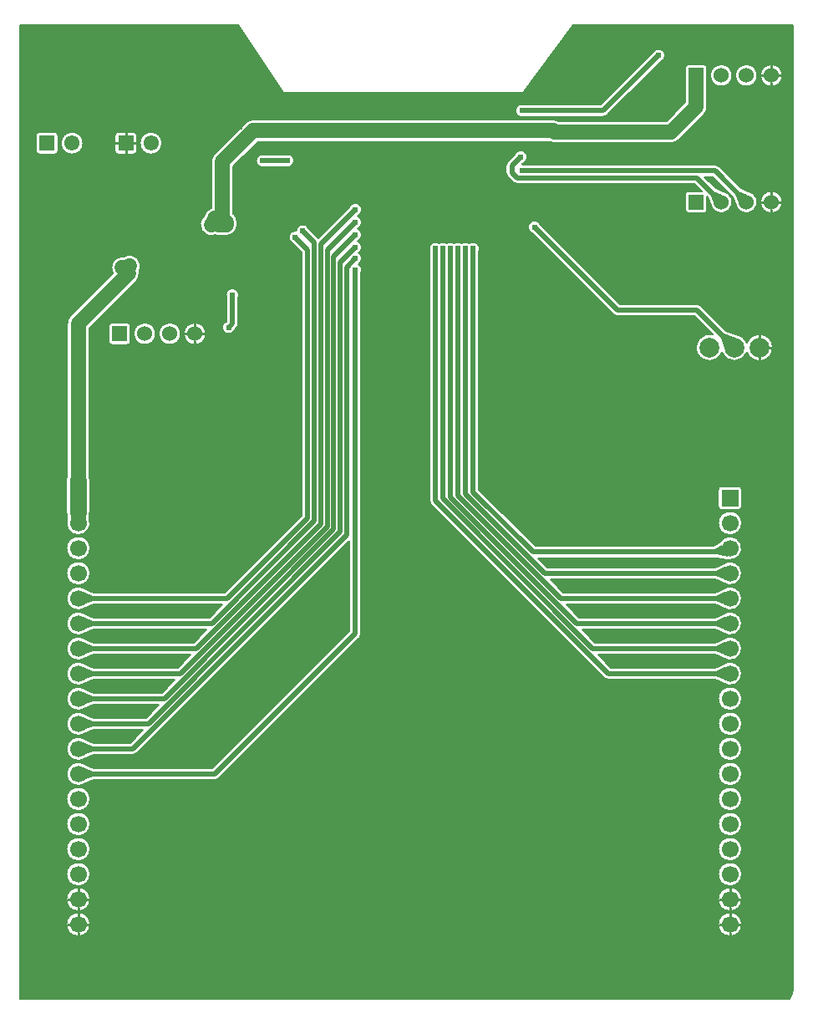
<source format=gbl>
G04 Layer: BottomLayer*
G04 EasyEDA Pro v2.2.28.1, 2024-09-11 15:41:32*
G04 Gerber Generator version 0.3*
G04 Scale: 100 percent, Rotated: No, Reflected: No*
G04 Dimensions in millimeters*
G04 Leading zeros omitted, absolute positions, 3 integers and 5 decimals*
%FSLAX35Y35*%
%MOMM*%
%ADD10C,0.2032*%
%ADD11C,0.254*%
%ADD12C,1.524*%
%ADD13R,1.524X1.524*%
%ADD14C,2.0*%
%ADD15R,1.55X1.55*%
%ADD16C,1.5574*%
%ADD17C,1.55*%
%ADD18R,1.7X1.7*%
%ADD19C,1.7*%
%ADD20C,0.61*%
%ADD21C,0.4*%
%ADD22C,0.508*%
G75*


G04 Copper Start*
G36*
G01X1202149Y-717424D02*
G01X1710448Y-35560D01*
G01X3939435Y-35560D01*
G01X3939435Y-1046750D01*
G03X3939540Y-1053792I235814J0D01*
G01X3939540Y-2439706D01*
G03X3939435Y-2446747I235708J-7042D01*
G01X3939435Y-6697253D01*
G03X3939540Y-6704294I235814J0D01*
G01X3939540Y-8090208D01*
G03X3939435Y-8097250I235708J-7042D01*
G01X3939435Y-9797246D01*
G02X3906536Y-9895840I-164186J0D01*
G01X-3888740Y-9895840D01*
G01X-3888740Y-35560D01*
G01X-1686273Y-35560D01*
G01X-1227841Y-717013D01*
G03X-1219200Y-721614I8641J5813D01*
G01X1193800Y-721614D01*
G03X1202149Y-717424I0J10414D01*
G37*
%LPC*%
G36*
G01X-3542000Y-1345214D02*
G03X-3506186Y-1309400I0J35814D01*
G01X-3506186Y-1154400D01*
G03X-3542000Y-1118586I-35814J0D01*
G01X-3697000Y-1118586D01*
G03X-3732814Y-1154400I0J-35814D01*
G01X-3732814Y-1309400D01*
G03X-3697000Y-1345214I35814J0D01*
G01X-3542000Y-1345214D01*
G37*
G36*
G01X-3478814Y-1231900D02*
G03X-3252186Y-1231900I113314J0D01*
G03X-3478814Y-1231900I-113314J0D01*
G37*
G36*
G01X-3302000Y-8515186D02*
G03X-3302000Y-8756814I0J-120814D01*
G03X-3302000Y-8515186I0J120814D01*
G37*
G36*
G01X-3302000Y-8261186D02*
G03X-3302000Y-8502814I0J-120814D01*
G03X-3302000Y-8261186I0J120814D01*
G37*
G36*
G01X-3302000Y-8007186D02*
G03X-3302000Y-8248814I0J-120814D01*
G03X-3302000Y-8007186I0J120814D01*
G37*
G36*
G01X-3302000Y-9023186D02*
G03X-3302000Y-9264814I0J-120814D01*
G03X-3302000Y-9023186I0J120814D01*
G37*
G36*
G01X-3302000Y-8769186D02*
G03X-3302000Y-9010814I0J-120814D01*
G03X-3302000Y-8769186I0J120814D01*
G37*
G36*
G01X-3302000Y-7753186D02*
G03X-3302000Y-7994814I0J-120814D01*
G03X-3302000Y-7753186I0J120814D01*
G37*
G36*
G01X-3422814Y-4911000D02*
G01X-3422765Y-4912862D01*
G01X-3416126Y-5040362D01*
G03X-3302000Y-5200814I114126J-39638D01*
G03X-3187874Y-5040362I0J120814D01*
G01X-3181235Y-4912862D01*
G01X-3181186Y-4911000D01*
G01X-3181186Y-4741000D01*
G01X-3181213Y-4739623D01*
G01X-3189986Y-4511711D01*
G01X-3189986Y-3107098D01*
G01X-2714794Y-2631906D01*
G03X-2683937Y-2531886I-79206J79206D01*
G03X-2837868Y-2379819I-97363J55386D01*
G01X-2854867Y-2379819D01*
G03X-2950259Y-2550548I0J-112014D01*
G01X-3381206Y-2981494D01*
G03X-3414014Y-3060700I79206J-79206D01*
G01X-3414014Y-4511711D01*
G01X-3422787Y-4739623D01*
G01X-3422814Y-4741000D01*
G01X-3422814Y-4911000D01*
G37*
G36*
G01X-556514Y-6172244D02*
G01X-1943056Y-7558786D01*
G01X-3150057Y-7558786D01*
G01X-3226790Y-7525451D01*
G03X-3422814Y-7620000I-75210J-94549D01*
G03X-3226790Y-7714549I120814J0D01*
G01X-3150057Y-7681214D01*
G01X-1917700Y-7681214D01*
G03X-1874415Y-7663285I0J61214D01*
G01X-452015Y-6240885D01*
G03X-434086Y-6197600I-43285J43285D01*
G01X-434086Y-2540103D01*
G03X-461663Y-2457450I-61214J25503D01*
G03X-461663Y-2343150I-33637J57150D01*
G03X-429292Y-2279634I-33637J57150D01*
G03X-473205Y-2223475I-66008J-6366D01*
G01X-470048Y-2220318D01*
G03X-473205Y-2096475I-25252J61318D01*
G01X-470048Y-2093318D01*
G03X-473205Y-1969475I-25252J61318D01*
G01X-470048Y-1966318D01*
G03X-448409Y-1858109I-25252J61318D01*
G03X-556618Y-1879748I-46891J-46891D01*
G01X-869950Y-2193080D01*
G01X-967382Y-2095648D01*
G03X-1040554Y-2055654I-61318J-25252D01*
G03X-1094982Y-2118832I11854J-65246D01*
G03X-1168805Y-2166687I-9918J-65568D01*
G03X-1130152Y-2245718I63905J-17713D01*
G01X-1039114Y-2336756D01*
G01X-1039114Y-5003844D01*
G01X-1816056Y-5780786D01*
G01X-3150057Y-5780786D01*
G01X-3226790Y-5747451D01*
G03X-3422814Y-5842000I-75210J-94549D01*
G03X-3226790Y-5936549I120814J0D01*
G01X-3150057Y-5903214D01*
G01X-1842162Y-5903214D01*
G01X-1973734Y-6034786D01*
G01X-3150057Y-6034786D01*
G01X-3226790Y-6001451D01*
G03X-3422814Y-6096000I-75210J-94549D01*
G03X-3226790Y-6190549I120814J0D01*
G01X-3150057Y-6157214D01*
G01X-2002768Y-6157214D01*
G01X-2134340Y-6288786D01*
G01X-3150057Y-6288786D01*
G01X-3226790Y-6255451D01*
G03X-3422814Y-6350000I-75210J-94549D01*
G03X-3226790Y-6444549I120814J0D01*
G01X-3150057Y-6411214D01*
G01X-2163373Y-6411214D01*
G01X-2294945Y-6542786D01*
G01X-3150057Y-6542786D01*
G01X-3226790Y-6509451D01*
G03X-3422814Y-6604000I-75210J-94549D01*
G03X-3226790Y-6698549I120814J0D01*
G01X-3150057Y-6665214D01*
G01X-2323978Y-6665214D01*
G01X-2455550Y-6796786D01*
G01X-3150057Y-6796786D01*
G01X-3226790Y-6763451D01*
G03X-3422814Y-6858000I-75210J-94549D01*
G03X-3226790Y-6952549I120814J0D01*
G01X-3150057Y-6919214D01*
G01X-2484584Y-6919214D01*
G01X-2616156Y-7050786D01*
G01X-3150057Y-7050786D01*
G01X-3226790Y-7017451D01*
G03X-3422814Y-7112000I-75210J-94549D01*
G03X-3226790Y-7206549I120814J0D01*
G01X-3150057Y-7173214D01*
G01X-2645189Y-7173214D01*
G01X-2776761Y-7304786D01*
G01X-3150057Y-7304786D01*
G01X-3226790Y-7271451D01*
G03X-3422814Y-7366000I-75210J-94549D01*
G03X-3226790Y-7460549I120814J0D01*
G01X-3150057Y-7427214D01*
G01X-2751405Y-7427214D01*
G03X-2708120Y-7409285I0J61214D01*
G01X-556514Y-5257678D01*
G01X-556514Y-6172244D01*
G37*
G36*
G01X-3302000Y-5467186D02*
G03X-3302000Y-5708814I0J-120814D01*
G03X-3302000Y-5467186I0J120814D01*
G37*
G36*
G01X-3302000Y-5213186D02*
G03X-3302000Y-5454814I0J-120814D01*
G03X-3302000Y-5213186I0J120814D01*
G37*
G36*
G01X-2806700Y-3274314D02*
G03X-2770886Y-3238500I0J35814D01*
G01X-2770886Y-3086100D01*
G03X-2806700Y-3050286I-35814J0D01*
G01X-2959100Y-3050286D01*
G03X-2994914Y-3086100I0J-35814D01*
G01X-2994914Y-3238500D01*
G03X-2959100Y-3274314I35814J0D01*
G01X-2806700Y-3274314D01*
G37*
G36*
G01X-2741900Y-1345214D02*
G03X-2706086Y-1309400I0J35814D01*
G01X-2706086Y-1154400D01*
G03X-2741900Y-1118586I-35814J0D01*
G01X-2896900Y-1118586D01*
G03X-2932714Y-1154400I0J-35814D01*
G01X-2932714Y-1309400D01*
G03X-2896900Y-1345214I35814J0D01*
G01X-2741900Y-1345214D01*
G37*
G36*
G01X-2740914Y-3162300D02*
G03X-2516886Y-3162300I112014J0D01*
G03X-2740914Y-3162300I-112014J0D01*
G37*
G36*
G01X-2678714Y-1231900D02*
G03X-2452086Y-1231900I113314J0D01*
G03X-2678714Y-1231900I-113314J0D01*
G37*
G36*
G01X-2486914Y-3162300D02*
G03X-2262886Y-3162300I112014J0D01*
G03X-2486914Y-3162300I-112014J0D01*
G37*
G36*
G01X-2232914Y-3162300D02*
G03X-2008886Y-3162300I112014J0D01*
G03X-2232914Y-3162300I-112014J0D01*
G37*
G36*
G01X-1529351Y-992886D02*
G03X-1608557Y-1025694I0J-112014D01*
G01X-1920706Y-1337843D01*
G03X-1953514Y-1417049I79206J-79206D01*
G01X-1953514Y-1887766D01*
G03X-2027224Y-1970412I35814J-106134D01*
G01X-2035006Y-1978194D01*
G03X-1917700Y-2162735I79206J-79206D01*
G03X-1879600Y-2169414I38100J105335D01*
G01X-1803400Y-2169414D01*
G03X-1691386Y-2057400I0J112014D01*
G01X-1691386Y-2032000D01*
G03X-1724194Y-1952794I-112014J0D01*
G01X-1729486Y-1947502D01*
G01X-1729486Y-1463447D01*
G01X-1482953Y-1216914D01*
G01X1472194Y-1216914D01*
G03X1524000Y-1229614I51806J99314D01*
G01X2705100Y-1229614D01*
G03X2784306Y-1196806I0J112014D01*
G01X3038306Y-942806D01*
G03X3071114Y-863600I-79206J79206D01*
G01X3071114Y-469900D01*
G03X3035300Y-434086I-35814J0D01*
G01X2882900Y-434086D01*
G03X2847086Y-469900I0J-35814D01*
G01X2847086Y-817202D01*
G01X2658702Y-1005586D01*
G01X1563106Y-1005586D01*
G03X1511300Y-992886I-51806J-99314D01*
G01X-1529351Y-992886D01*
G37*
G36*
G01X-1801114Y-3035344D02*
G01X-1803252Y-3037482D01*
G03X-1824891Y-3145691I25252J-61318D01*
G03X-1716682Y-3124052I46891J46891D01*
G01X-1696615Y-3103985D01*
G03X-1678686Y-3060700I-43285J43285D01*
G01X-1678686Y-2794103D01*
G03X-1739900Y-2702286I-61214J25503D01*
G03X-1801114Y-2794103I0J-66314D01*
G01X-1801114Y-3035344D01*
G37*
G36*
G01X-1501414Y-1409700D02*
G03X-1409597Y-1470914I66314J0D01*
G01X-1206603Y-1470914D01*
G03X-1114786Y-1409700I25503J61214D01*
G03X-1206603Y-1348486I-66314J0D01*
G01X-1409597Y-1348486D01*
G03X-1501414Y-1409700I-25503J-61214D01*
G37*
G36*
G01X256286Y-4851400D02*
G03X274215Y-4894685I61214J0D01*
G01X2026815Y-6647285D01*
G03X2070100Y-6665214I43285J43285D01*
G01X3150057Y-6665214D01*
G01X3226790Y-6698549D01*
G03X3422814Y-6604000I75210J94549D01*
G03X3226790Y-6509451I-120814J0D01*
G01X3150057Y-6542786D01*
G01X2095456Y-6542786D01*
G01X1963884Y-6411214D01*
G01X3150057Y-6411214D01*
G01X3226790Y-6444549D01*
G03X3422814Y-6350000I75210J94549D01*
G03X3226790Y-6255451I-120814J0D01*
G01X3150057Y-6288786D01*
G01X1934850Y-6288786D01*
G01X1803278Y-6157214D01*
G01X3150057Y-6157214D01*
G01X3226790Y-6190549D01*
G03X3422814Y-6096000I75210J94549D01*
G03X3226790Y-6001451I-120814J0D01*
G01X3150057Y-6034786D01*
G01X1774245Y-6034786D01*
G01X1642673Y-5903214D01*
G01X3150057Y-5903214D01*
G01X3226790Y-5936549D01*
G03X3422814Y-5842000I75210J94549D01*
G03X3226790Y-5747451I-120814J0D01*
G01X3150057Y-5780786D01*
G01X1613640Y-5780786D01*
G01X1482068Y-5649214D01*
G01X3150057Y-5649214D01*
G01X3226790Y-5682549D01*
G03X3422814Y-5588000I75210J94549D01*
G03X3226790Y-5493451I-120814J0D01*
G01X3150057Y-5526786D01*
G01X1453034Y-5526786D01*
G01X1359562Y-5433314D01*
G01X3169121Y-5433314D01*
G01X3272820Y-5451237D01*
G03X3412460Y-5285067I29180J117237D01*
G03X3195563Y-5276841I-110460J-48933D01*
G01X3137058Y-5310886D01*
G01X1330529Y-5310886D01*
G01X759714Y-4740071D01*
G01X759714Y-2324203D01*
G03X740030Y-2247001I-61214J25503D01*
G03X660400Y-2244423I-41530J-51699D01*
G03X584200Y-2244423I-38100J-54277D01*
G03X508000Y-2244423I-38100J-54277D01*
G03X431800Y-2244423I-38100J-54277D01*
G03X355600Y-2244423I-38100J-54277D01*
G03X275970Y-2247001I-38100J-54277D01*
G03X256286Y-2324203I41530J-51699D01*
G01X256286Y-4851400D01*
G37*
G36*
G01X2941384Y-1643654D02*
G01X3014516Y-1716786D01*
G01X2882900Y-1716786D01*
G03X2847086Y-1752600I0J-35814D01*
G01X2847086Y-1905000D01*
G03X2882900Y-1940814I35814J0D01*
G01X3035300Y-1940814D01*
G03X3071114Y-1905000I0J35814D01*
G01X3071114Y-1773384D01*
G01X3073326Y-1775596D01*
G01X3101931Y-1842530D01*
G03X3292306Y-1908006I111169J13730D01*
G03X3226830Y-1717631I-79206J79206D01*
G01X3159896Y-1689026D01*
G01X3043384Y-1572514D01*
G01X3124244Y-1572514D01*
G01X3327326Y-1775596D01*
G01X3355931Y-1842530D01*
G03X3546306Y-1908006I111169J13730D01*
G03X3480830Y-1717631I-79206J79206D01*
G01X3413896Y-1689026D01*
G01X3192885Y-1468015D01*
G03X3149600Y-1450086I-43285J-43285D01*
G01X1219303Y-1450086D01*
G03X1194282Y-1444988I-25503J-61214D01*
G01X1206352Y-1432918D01*
G03X1227991Y-1324709I-25252J61318D01*
G03X1119782Y-1346348I-46891J-46891D01*
G01X1048915Y-1417215D01*
G03X1030986Y-1460500I43285J-43285D01*
G01X1030986Y-1531640D01*
G03X1048915Y-1574925I61214J0D01*
G01X1099715Y-1625725D01*
G03X1143000Y-1643654I43285J43285D01*
G01X2941384Y-1643654D01*
G37*
G36*
G01X1219303Y-840486D02*
G03X1127486Y-901700I-25503J-61214D01*
G03X1219303Y-962914I66314J0D01*
G01X2019300Y-962914D01*
G03X2062585Y-944985I0J61214D01*
G01X2603352Y-404218D01*
G03X2624991Y-296009I-25252J61318D01*
G03X2516782Y-317648I-46891J-46891D01*
G01X1993944Y-840486D01*
G01X1219303Y-840486D01*
G37*
G36*
G01X1273909Y-2035909D02*
G03X1295548Y-2144118I46891J-46891D01*
G01X2115715Y-2964285D01*
G03X2159000Y-2982214I43285J43285D01*
G01X2940093Y-2982214D01*
G01X3129106Y-3171227D01*
G03X2971216Y-3363221I-36657J-130773D01*
G03X3219449Y-3350129I121233J61221D01*
G03X3346449Y-3437814I127000J48129D01*
G03X3473449Y-3350129I0J135814D01*
G03X3736263Y-3302000I127000J48129D01*
G03X3473449Y-3253871I-135814J0D01*
G03X3360305Y-3166895I-127000J-48129D01*
G01X3263789Y-3132770D01*
G01X3008734Y-2877715D01*
G03X2965449Y-2859786I-43285J-43285D01*
G01X2184356Y-2859786D01*
G01X1382118Y-2057548D01*
G03X1273909Y-2035909I-61318J-25252D01*
G37*
G36*
G01X3101086Y-546100D02*
G03X3325114Y-546100I112014J0D01*
G03X3101086Y-546100I-112014J0D01*
G37*
G36*
G01X3302000Y-7753186D02*
G03X3302000Y-7994814I0J-120814D01*
G03X3302000Y-7753186I0J120814D01*
G37*
G36*
G01X3302000Y-8007186D02*
G03X3302000Y-8248814I0J-120814D01*
G03X3302000Y-8007186I0J120814D01*
G37*
G36*
G01X3302000Y-8261186D02*
G03X3302000Y-8502814I0J-120814D01*
G03X3302000Y-8261186I0J120814D01*
G37*
G36*
G01X3302000Y-8515186D02*
G03X3302000Y-8756814I0J-120814D01*
G03X3302000Y-8515186I0J120814D01*
G37*
G36*
G01X3302000Y-8769186D02*
G03X3302000Y-9010814I0J-120814D01*
G03X3302000Y-8769186I0J120814D01*
G37*
G36*
G01X3302000Y-9023186D02*
G03X3302000Y-9264814I0J-120814D01*
G03X3302000Y-9023186I0J120814D01*
G37*
G36*
G01X3302000Y-6737186D02*
G03X3302000Y-6978814I0J-120814D01*
G03X3302000Y-6737186I0J120814D01*
G37*
G36*
G01X3302000Y-6991186D02*
G03X3302000Y-7232814I0J-120814D01*
G03X3302000Y-6991186I0J120814D01*
G37*
G36*
G01X3302000Y-7245186D02*
G03X3302000Y-7486814I0J-120814D01*
G03X3302000Y-7245186I0J120814D01*
G37*
G36*
G01X3302000Y-7499186D02*
G03X3302000Y-7740814I0J-120814D01*
G03X3302000Y-7499186I0J120814D01*
G37*
G36*
G01X3302000Y-4959186D02*
G03X3302000Y-5200814I0J-120814D01*
G03X3302000Y-4959186I0J120814D01*
G37*
G36*
G01X3181186Y-4911000D02*
G03X3217000Y-4946814I35814J0D01*
G01X3387000Y-4946814D01*
G03X3422814Y-4911000I0J35814D01*
G01X3422814Y-4741000D01*
G03X3387000Y-4705186I-35814J0D01*
G01X3217000Y-4705186D01*
G03X3181186Y-4741000I0J-35814D01*
G01X3181186Y-4911000D01*
G37*
G36*
G01X3355086Y-546100D02*
G03X3579114Y-546100I112014J0D01*
G03X3355086Y-546100I-112014J0D01*
G37*
G36*
G01X3609086Y-546100D02*
G03X3833114Y-546100I112014J0D01*
G03X3609086Y-546100I-112014J0D01*
G37*
G36*
G01X3609086Y-1828800D02*
G03X3833114Y-1828800I112014J0D01*
G03X3609086Y-1828800I-112014J0D01*
G37*
%LPD*%
G54D10*
G01X1202149Y-717424D02*
G01X1710448Y-35560D01*
G01X3939435Y-35560D01*
G01X3939435Y-1046750D01*
G03X3939540Y-1053792I235814J0D01*
G01X3939540Y-2439706D01*
G03X3939435Y-2446747I235708J-7042D01*
G01X3939435Y-6697253D01*
G03X3939540Y-6704294I235814J0D01*
G01X3939540Y-8090208D01*
G03X3939435Y-8097250I235708J-7042D01*
G01X3939435Y-9797246D01*
G02X3906536Y-9895840I-164186J0D01*
G01X-3888740Y-9895840D01*
G01X-3888740Y-35560D01*
G01X-1686273Y-35560D01*
G01X-1227841Y-717013D01*
G03X-1219200Y-721614I8641J5813D01*
G01X1193800Y-721614D01*
G03X1202149Y-717424I0J10414D01*
G01X-3542000Y-1345214D02*
G03X-3506186Y-1309400I0J35814D01*
G01X-3506186Y-1154400D01*
G03X-3542000Y-1118586I-35814J0D01*
G01X-3697000Y-1118586D01*
G03X-3732814Y-1154400I0J-35814D01*
G01X-3732814Y-1309400D01*
G03X-3697000Y-1345214I35814J0D01*
G01X-3542000Y-1345214D01*
G01X-3478814Y-1231900D02*
G03X-3252186Y-1231900I113314J0D01*
G03X-3478814Y-1231900I-113314J0D01*
G01X-3302000Y-8515186D02*
G03X-3302000Y-8756814I0J-120814D01*
G03X-3302000Y-8515186I0J120814D01*
G01X-3302000Y-8261186D02*
G03X-3302000Y-8502814I0J-120814D01*
G03X-3302000Y-8261186I0J120814D01*
G01X-3302000Y-8007186D02*
G03X-3302000Y-8248814I0J-120814D01*
G03X-3302000Y-8007186I0J120814D01*
G01X-3302000Y-9023186D02*
G03X-3302000Y-9264814I0J-120814D01*
G03X-3302000Y-9023186I0J120814D01*
G01X-3302000Y-8769186D02*
G03X-3302000Y-9010814I0J-120814D01*
G03X-3302000Y-8769186I0J120814D01*
G01X-3302000Y-7753186D02*
G03X-3302000Y-7994814I0J-120814D01*
G03X-3302000Y-7753186I0J120814D01*
G01X-3422814Y-4911000D02*
G01X-3422765Y-4912862D01*
G01X-3416126Y-5040362D01*
G03X-3302000Y-5200814I114126J-39638D01*
G03X-3187874Y-5040362I0J120814D01*
G01X-3181235Y-4912862D01*
G01X-3181186Y-4911000D01*
G01X-3181186Y-4741000D01*
G01X-3181213Y-4739623D01*
G01X-3189986Y-4511711D01*
G01X-3189986Y-3107098D01*
G01X-2714794Y-2631906D01*
G03X-2683937Y-2531886I-79206J79206D01*
G03X-2837868Y-2379819I-97363J55386D01*
G01X-2854867Y-2379819D01*
G03X-2950259Y-2550548I0J-112014D01*
G01X-3381206Y-2981494D01*
G03X-3414014Y-3060700I79206J-79206D01*
G01X-3414014Y-4511711D01*
G01X-3422787Y-4739623D01*
G01X-3422814Y-4741000D01*
G01X-3422814Y-4911000D01*
G01X-556514Y-6172244D02*
G01X-1943056Y-7558786D01*
G01X-3150057Y-7558786D01*
G01X-3226790Y-7525451D01*
G03X-3422814Y-7620000I-75210J-94549D01*
G03X-3226790Y-7714549I120814J0D01*
G01X-3150057Y-7681214D01*
G01X-1917700Y-7681214D01*
G03X-1874415Y-7663285I0J61214D01*
G01X-452015Y-6240885D01*
G03X-434086Y-6197600I-43285J43285D01*
G01X-434086Y-2540103D01*
G03X-461663Y-2457450I-61214J25503D01*
G03X-461663Y-2343150I-33637J57150D01*
G03X-429292Y-2279634I-33637J57150D01*
G03X-473205Y-2223475I-66008J-6366D01*
G01X-470048Y-2220318D01*
G03X-473205Y-2096475I-25252J61318D01*
G01X-470048Y-2093318D01*
G03X-473205Y-1969475I-25252J61318D01*
G01X-470048Y-1966318D01*
G03X-448409Y-1858109I-25252J61318D01*
G03X-556618Y-1879748I-46891J-46891D01*
G01X-869950Y-2193080D01*
G01X-967382Y-2095648D01*
G03X-1040554Y-2055654I-61318J-25252D01*
G03X-1094982Y-2118832I11854J-65246D01*
G03X-1168805Y-2166687I-9918J-65568D01*
G03X-1130152Y-2245718I63905J-17713D01*
G01X-1039114Y-2336756D01*
G01X-1039114Y-5003844D01*
G01X-1816056Y-5780786D01*
G01X-3150057Y-5780786D01*
G01X-3226790Y-5747451D01*
G03X-3422814Y-5842000I-75210J-94549D01*
G03X-3226790Y-5936549I120814J0D01*
G01X-3150057Y-5903214D01*
G01X-1842162Y-5903214D01*
G01X-1973734Y-6034786D01*
G01X-3150057Y-6034786D01*
G01X-3226790Y-6001451D01*
G03X-3422814Y-6096000I-75210J-94549D01*
G03X-3226790Y-6190549I120814J0D01*
G01X-3150057Y-6157214D01*
G01X-2002768Y-6157214D01*
G01X-2134340Y-6288786D01*
G01X-3150057Y-6288786D01*
G01X-3226790Y-6255451D01*
G03X-3422814Y-6350000I-75210J-94549D01*
G03X-3226790Y-6444549I120814J0D01*
G01X-3150057Y-6411214D01*
G01X-2163373Y-6411214D01*
G01X-2294945Y-6542786D01*
G01X-3150057Y-6542786D01*
G01X-3226790Y-6509451D01*
G03X-3422814Y-6604000I-75210J-94549D01*
G03X-3226790Y-6698549I120814J0D01*
G01X-3150057Y-6665214D01*
G01X-2323978Y-6665214D01*
G01X-2455550Y-6796786D01*
G01X-3150057Y-6796786D01*
G01X-3226790Y-6763451D01*
G03X-3422814Y-6858000I-75210J-94549D01*
G03X-3226790Y-6952549I120814J0D01*
G01X-3150057Y-6919214D01*
G01X-2484584Y-6919214D01*
G01X-2616156Y-7050786D01*
G01X-3150057Y-7050786D01*
G01X-3226790Y-7017451D01*
G03X-3422814Y-7112000I-75210J-94549D01*
G03X-3226790Y-7206549I120814J0D01*
G01X-3150057Y-7173214D01*
G01X-2645189Y-7173214D01*
G01X-2776761Y-7304786D01*
G01X-3150057Y-7304786D01*
G01X-3226790Y-7271451D01*
G03X-3422814Y-7366000I-75210J-94549D01*
G03X-3226790Y-7460549I120814J0D01*
G01X-3150057Y-7427214D01*
G01X-2751405Y-7427214D01*
G03X-2708120Y-7409285I0J61214D01*
G01X-556514Y-5257678D01*
G01X-556514Y-6172244D01*
G01X-3302000Y-5467186D02*
G03X-3302000Y-5708814I0J-120814D01*
G03X-3302000Y-5467186I0J120814D01*
G01X-3302000Y-5213186D02*
G03X-3302000Y-5454814I0J-120814D01*
G03X-3302000Y-5213186I0J120814D01*
G01X-2806700Y-3274314D02*
G03X-2770886Y-3238500I0J35814D01*
G01X-2770886Y-3086100D01*
G03X-2806700Y-3050286I-35814J0D01*
G01X-2959100Y-3050286D01*
G03X-2994914Y-3086100I0J-35814D01*
G01X-2994914Y-3238500D01*
G03X-2959100Y-3274314I35814J0D01*
G01X-2806700Y-3274314D01*
G01X-2741900Y-1345214D02*
G03X-2706086Y-1309400I0J35814D01*
G01X-2706086Y-1154400D01*
G03X-2741900Y-1118586I-35814J0D01*
G01X-2896900Y-1118586D01*
G03X-2932714Y-1154400I0J-35814D01*
G01X-2932714Y-1309400D01*
G03X-2896900Y-1345214I35814J0D01*
G01X-2741900Y-1345214D01*
G01X-2740914Y-3162300D02*
G03X-2516886Y-3162300I112014J0D01*
G03X-2740914Y-3162300I-112014J0D01*
G01X-2678714Y-1231900D02*
G03X-2452086Y-1231900I113314J0D01*
G03X-2678714Y-1231900I-113314J0D01*
G01X-2486914Y-3162300D02*
G03X-2262886Y-3162300I112014J0D01*
G03X-2486914Y-3162300I-112014J0D01*
G01X-2232914Y-3162300D02*
G03X-2008886Y-3162300I112014J0D01*
G03X-2232914Y-3162300I-112014J0D01*
G01X-1529351Y-992886D02*
G03X-1608557Y-1025694I0J-112014D01*
G01X-1920706Y-1337843D01*
G03X-1953514Y-1417049I79206J-79206D01*
G01X-1953514Y-1887766D01*
G03X-2027224Y-1970412I35814J-106134D01*
G01X-2035006Y-1978194D01*
G03X-1917700Y-2162735I79206J-79206D01*
G03X-1879600Y-2169414I38100J105335D01*
G01X-1803400Y-2169414D01*
G03X-1691386Y-2057400I0J112014D01*
G01X-1691386Y-2032000D01*
G03X-1724194Y-1952794I-112014J0D01*
G01X-1729486Y-1947502D01*
G01X-1729486Y-1463447D01*
G01X-1482953Y-1216914D01*
G01X1472194Y-1216914D01*
G03X1524000Y-1229614I51806J99314D01*
G01X2705100Y-1229614D01*
G03X2784306Y-1196806I0J112014D01*
G01X3038306Y-942806D01*
G03X3071114Y-863600I-79206J79206D01*
G01X3071114Y-469900D01*
G03X3035300Y-434086I-35814J0D01*
G01X2882900Y-434086D01*
G03X2847086Y-469900I0J-35814D01*
G01X2847086Y-817202D01*
G01X2658702Y-1005586D01*
G01X1563106Y-1005586D01*
G03X1511300Y-992886I-51806J-99314D01*
G01X-1529351Y-992886D01*
G01X-1801114Y-3035344D02*
G01X-1803252Y-3037482D01*
G03X-1824891Y-3145691I25252J-61318D01*
G03X-1716682Y-3124052I46891J46891D01*
G01X-1696615Y-3103985D01*
G03X-1678686Y-3060700I-43285J43285D01*
G01X-1678686Y-2794103D01*
G03X-1739900Y-2702286I-61214J25503D01*
G03X-1801114Y-2794103I0J-66314D01*
G01X-1801114Y-3035344D01*
G01X-1501414Y-1409700D02*
G03X-1409597Y-1470914I66314J0D01*
G01X-1206603Y-1470914D01*
G03X-1114786Y-1409700I25503J61214D01*
G03X-1206603Y-1348486I-66314J0D01*
G01X-1409597Y-1348486D01*
G03X-1501414Y-1409700I-25503J-61214D01*
G01X256286Y-4851400D02*
G03X274215Y-4894685I61214J0D01*
G01X2026815Y-6647285D01*
G03X2070100Y-6665214I43285J43285D01*
G01X3150057Y-6665214D01*
G01X3226790Y-6698549D01*
G03X3422814Y-6604000I75210J94549D01*
G03X3226790Y-6509451I-120814J0D01*
G01X3150057Y-6542786D01*
G01X2095456Y-6542786D01*
G01X1963884Y-6411214D01*
G01X3150057Y-6411214D01*
G01X3226790Y-6444549D01*
G03X3422814Y-6350000I75210J94549D01*
G03X3226790Y-6255451I-120814J0D01*
G01X3150057Y-6288786D01*
G01X1934850Y-6288786D01*
G01X1803278Y-6157214D01*
G01X3150057Y-6157214D01*
G01X3226790Y-6190549D01*
G03X3422814Y-6096000I75210J94549D01*
G03X3226790Y-6001451I-120814J0D01*
G01X3150057Y-6034786D01*
G01X1774245Y-6034786D01*
G01X1642673Y-5903214D01*
G01X3150057Y-5903214D01*
G01X3226790Y-5936549D01*
G03X3422814Y-5842000I75210J94549D01*
G03X3226790Y-5747451I-120814J0D01*
G01X3150057Y-5780786D01*
G01X1613640Y-5780786D01*
G01X1482068Y-5649214D01*
G01X3150057Y-5649214D01*
G01X3226790Y-5682549D01*
G03X3422814Y-5588000I75210J94549D01*
G03X3226790Y-5493451I-120814J0D01*
G01X3150057Y-5526786D01*
G01X1453034Y-5526786D01*
G01X1359562Y-5433314D01*
G01X3169121Y-5433314D01*
G01X3272820Y-5451237D01*
G03X3412460Y-5285067I29180J117237D01*
G03X3195563Y-5276841I-110460J-48933D01*
G01X3137058Y-5310886D01*
G01X1330529Y-5310886D01*
G01X759714Y-4740071D01*
G01X759714Y-2324203D01*
G03X740030Y-2247001I-61214J25503D01*
G03X660400Y-2244423I-41530J-51699D01*
G03X584200Y-2244423I-38100J-54277D01*
G03X508000Y-2244423I-38100J-54277D01*
G03X431800Y-2244423I-38100J-54277D01*
G03X355600Y-2244423I-38100J-54277D01*
G03X275970Y-2247001I-38100J-54277D01*
G03X256286Y-2324203I41530J-51699D01*
G01X256286Y-4851400D01*
G01X2941384Y-1643654D02*
G01X3014516Y-1716786D01*
G01X2882900Y-1716786D01*
G03X2847086Y-1752600I0J-35814D01*
G01X2847086Y-1905000D01*
G03X2882900Y-1940814I35814J0D01*
G01X3035300Y-1940814D01*
G03X3071114Y-1905000I0J35814D01*
G01X3071114Y-1773384D01*
G01X3073326Y-1775596D01*
G01X3101931Y-1842530D01*
G03X3292306Y-1908006I111169J13730D01*
G03X3226830Y-1717631I-79206J79206D01*
G01X3159896Y-1689026D01*
G01X3043384Y-1572514D01*
G01X3124244Y-1572514D01*
G01X3327326Y-1775596D01*
G01X3355931Y-1842530D01*
G03X3546306Y-1908006I111169J13730D01*
G03X3480830Y-1717631I-79206J79206D01*
G01X3413896Y-1689026D01*
G01X3192885Y-1468015D01*
G03X3149600Y-1450086I-43285J-43285D01*
G01X1219303Y-1450086D01*
G03X1194282Y-1444988I-25503J-61214D01*
G01X1206352Y-1432918D01*
G03X1227991Y-1324709I-25252J61318D01*
G03X1119782Y-1346348I-46891J-46891D01*
G01X1048915Y-1417215D01*
G03X1030986Y-1460500I43285J-43285D01*
G01X1030986Y-1531640D01*
G03X1048915Y-1574925I61214J0D01*
G01X1099715Y-1625725D01*
G03X1143000Y-1643654I43285J43285D01*
G01X2941384Y-1643654D01*
G01X1219303Y-840486D02*
G03X1127486Y-901700I-25503J-61214D01*
G03X1219303Y-962914I66314J0D01*
G01X2019300Y-962914D01*
G03X2062585Y-944985I0J61214D01*
G01X2603352Y-404218D01*
G03X2624991Y-296009I-25252J61318D01*
G03X2516782Y-317648I-46891J-46891D01*
G01X1993944Y-840486D01*
G01X1219303Y-840486D01*
G01X1273909Y-2035909D02*
G03X1295548Y-2144118I46891J-46891D01*
G01X2115715Y-2964285D01*
G03X2159000Y-2982214I43285J43285D01*
G01X2940093Y-2982214D01*
G01X3129106Y-3171227D01*
G03X2971216Y-3363221I-36657J-130773D01*
G03X3219449Y-3350129I121233J61221D01*
G03X3346449Y-3437814I127000J48129D01*
G03X3473449Y-3350129I0J135814D01*
G03X3736263Y-3302000I127000J48129D01*
G03X3473449Y-3253871I-135814J0D01*
G03X3360305Y-3166895I-127000J-48129D01*
G01X3263789Y-3132770D01*
G01X3008734Y-2877715D01*
G03X2965449Y-2859786I-43285J-43285D01*
G01X2184356Y-2859786D01*
G01X1382118Y-2057548D01*
G03X1273909Y-2035909I-61318J-25252D01*
G01X3101086Y-546100D02*
G03X3325114Y-546100I112014J0D01*
G03X3101086Y-546100I-112014J0D01*
G01X3302000Y-7753186D02*
G03X3302000Y-7994814I0J-120814D01*
G03X3302000Y-7753186I0J120814D01*
G01X3302000Y-8007186D02*
G03X3302000Y-8248814I0J-120814D01*
G03X3302000Y-8007186I0J120814D01*
G01X3302000Y-8261186D02*
G03X3302000Y-8502814I0J-120814D01*
G03X3302000Y-8261186I0J120814D01*
G01X3302000Y-8515186D02*
G03X3302000Y-8756814I0J-120814D01*
G03X3302000Y-8515186I0J120814D01*
G01X3302000Y-8769186D02*
G03X3302000Y-9010814I0J-120814D01*
G03X3302000Y-8769186I0J120814D01*
G01X3302000Y-9023186D02*
G03X3302000Y-9264814I0J-120814D01*
G03X3302000Y-9023186I0J120814D01*
G01X3302000Y-6737186D02*
G03X3302000Y-6978814I0J-120814D01*
G03X3302000Y-6737186I0J120814D01*
G01X3302000Y-6991186D02*
G03X3302000Y-7232814I0J-120814D01*
G03X3302000Y-6991186I0J120814D01*
G01X3302000Y-7245186D02*
G03X3302000Y-7486814I0J-120814D01*
G03X3302000Y-7245186I0J120814D01*
G01X3302000Y-7499186D02*
G03X3302000Y-7740814I0J-120814D01*
G03X3302000Y-7499186I0J120814D01*
G01X3302000Y-4959186D02*
G03X3302000Y-5200814I0J-120814D01*
G03X3302000Y-4959186I0J120814D01*
G01X3181186Y-4911000D02*
G03X3217000Y-4946814I35814J0D01*
G01X3387000Y-4946814D01*
G03X3422814Y-4911000I0J35814D01*
G01X3422814Y-4741000D01*
G03X3387000Y-4705186I-35814J0D01*
G01X3217000Y-4705186D01*
G03X3181186Y-4741000I0J-35814D01*
G01X3181186Y-4911000D01*
G01X3355086Y-546100D02*
G03X3579114Y-546100I112014J0D01*
G03X3355086Y-546100I-112014J0D01*
G01X3609086Y-546100D02*
G03X3833114Y-546100I112014J0D01*
G03X3609086Y-546100I-112014J0D01*
G01X3609086Y-1828800D02*
G03X3833114Y-1828800I112014J0D01*
G03X3609086Y-1828800I-112014J0D01*
G54D11*
G01X3302000Y-8805254D02*
G01X3302000Y-8779346D01*
G01X3302000Y-8974746D02*
G01X3302000Y-9000654D01*
G01X3386746Y-8890000D02*
G01X3412654Y-8890000D01*
G01X3217254Y-8890000D02*
G01X3191346Y-8890000D01*
G01X3302000Y-9059254D02*
G01X3302000Y-9033346D01*
G01X3302000Y-9228746D02*
G01X3302000Y-9254654D01*
G01X3386746Y-9144000D02*
G01X3412654Y-9144000D01*
G01X3217254Y-9144000D02*
G01X3191346Y-9144000D01*
G01X3700195Y-3302000D02*
G01X3726103Y-3302000D01*
G01X3600449Y-3202254D02*
G01X3600449Y-3176346D01*
G01X3600449Y-3401746D02*
G01X3600449Y-3427654D01*
G01X3645154Y-1828800D02*
G01X3619246Y-1828800D01*
G01X3797046Y-1828800D02*
G01X3822954Y-1828800D01*
G01X3721100Y-1752854D02*
G01X3721100Y-1726946D01*
G01X3721100Y-1904746D02*
G01X3721100Y-1930654D01*
G01X3645154Y-546100D02*
G01X3619246Y-546100D01*
G01X3797046Y-546100D02*
G01X3822954Y-546100D01*
G01X3721100Y-470154D02*
G01X3721100Y-444246D01*
G01X3721100Y-622046D02*
G01X3721100Y-647954D01*
G01X-3302000Y-9059254D02*
G01X-3302000Y-9033346D01*
G01X-3302000Y-9228746D02*
G01X-3302000Y-9254654D01*
G01X-3217254Y-9144000D02*
G01X-3191346Y-9144000D01*
G01X-3386746Y-9144000D02*
G01X-3412654Y-9144000D01*
G01X-3302000Y-8805254D02*
G01X-3302000Y-8779346D01*
G01X-3302000Y-8974746D02*
G01X-3302000Y-9000654D01*
G01X-3217254Y-8890000D02*
G01X-3191346Y-8890000D01*
G01X-3386746Y-8890000D02*
G01X-3412654Y-8890000D01*
G01X-2896646Y-1231900D02*
G01X-2922554Y-1231900D01*
G01X-2742154Y-1231900D02*
G01X-2716246Y-1231900D01*
G01X-2819400Y-1154654D02*
G01X-2819400Y-1128746D01*
G01X-2819400Y-1309146D02*
G01X-2819400Y-1335054D01*
G01X-2196846Y-3162300D02*
G01X-2222754Y-3162300D01*
G01X-2044954Y-3162300D02*
G01X-2019046Y-3162300D01*
G01X-2120900Y-3086354D02*
G01X-2120900Y-3060446D01*
G01X-2120900Y-3238246D02*
G01X-2120900Y-3264154D01*
G04 Copper End*

G04 TearDrop Start*
G36*
G01X3352711Y-3202197D02*
G01X3244201Y-3163832D01*
G01X3208280Y-3199753D01*
G01X3246645Y-3308262D01*
G01X3352711Y-3202197D01*
G37*
G36*
G01X3471872Y-1752750D02*
G01X3393462Y-1719241D01*
G01X3357541Y-1755162D01*
G01X3391050Y-1833572D01*
G01X3471872Y-1752750D01*
G37*
G36*
G01X3217872Y-1752750D02*
G01X3139462Y-1719241D01*
G01X3103541Y-1755162D01*
G01X3137050Y-1833572D01*
G01X3217872Y-1752750D01*
G37*
G36*
G01X3035300Y-850900D02*
G01X3035300Y-622300D01*
G01X2882900Y-622300D01*
G01X2882900Y-850900D01*
G01X3035300Y-850900D01*
G37*
G36*
G01X-3225800Y-5080000D02*
G01X-3217000Y-4911000D01*
G01X-3387000Y-4911000D01*
G01X-3378200Y-5080000D01*
G01X-3225800Y-5080000D01*
G37*
G36*
G01X-3225800Y-4512400D02*
G01X-3378200Y-4512400D01*
G01X-3387000Y-4741000D01*
G01X-3217000Y-4741000D01*
G01X-3225800Y-4512400D01*
G37*
G36*
G01X-3245778Y-5905750D02*
G01X-3157500Y-5867400D01*
G01X-3157500Y-5816600D01*
G01X-3245778Y-5778250D01*
G01X-3245778Y-5905750D01*
G37*
G36*
G01X-3245778Y-6159750D02*
G01X-3157500Y-6121400D01*
G01X-3157500Y-6070600D01*
G01X-3245778Y-6032250D01*
G01X-3245778Y-6159750D01*
G37*
G36*
G01X-3245778Y-6413750D02*
G01X-3157500Y-6375400D01*
G01X-3157500Y-6324600D01*
G01X-3245778Y-6286250D01*
G01X-3245778Y-6413750D01*
G37*
G36*
G01X-3245778Y-6667750D02*
G01X-3157500Y-6629400D01*
G01X-3157500Y-6578600D01*
G01X-3245778Y-6540250D01*
G01X-3245778Y-6667750D01*
G37*
G36*
G01X-3245778Y-6921750D02*
G01X-3157500Y-6883400D01*
G01X-3157500Y-6832600D01*
G01X-3245778Y-6794250D01*
G01X-3245778Y-6921750D01*
G37*
G36*
G01X-3245778Y-7175750D02*
G01X-3157500Y-7137400D01*
G01X-3157500Y-7086600D01*
G01X-3245778Y-7048250D01*
G01X-3245778Y-7175750D01*
G37*
G36*
G01X-3245778Y-7429750D02*
G01X-3157500Y-7391400D01*
G01X-3157500Y-7340600D01*
G01X-3245778Y-7302250D01*
G01X-3245778Y-7429750D01*
G37*
G36*
G01X-3245778Y-7683750D02*
G01X-3157500Y-7645400D01*
G01X-3157500Y-7594600D01*
G01X-3245778Y-7556250D01*
G01X-3245778Y-7683750D01*
G37*
G36*
G01X3223167Y-5302214D02*
G01X3146720Y-5346700D01*
G01X3172193Y-5397500D01*
G01X3280317Y-5416188D01*
G01X3223167Y-5302214D01*
G37*
G36*
G01X3245778Y-5524250D02*
G01X3157500Y-5562600D01*
G01X3157500Y-5613400D01*
G01X3245778Y-5651750D01*
G01X3245778Y-5524250D01*
G37*
G36*
G01X3245778Y-5778250D02*
G01X3157500Y-5816600D01*
G01X3157500Y-5867400D01*
G01X3245778Y-5905750D01*
G01X3245778Y-5778250D01*
G37*
G36*
G01X3245778Y-6032250D02*
G01X3157500Y-6070600D01*
G01X3157500Y-6121400D01*
G01X3245778Y-6159750D01*
G01X3245778Y-6032250D01*
G37*
G36*
G01X3245778Y-6286250D02*
G01X3157500Y-6324600D01*
G01X3157500Y-6375400D01*
G01X3245778Y-6413750D01*
G01X3245778Y-6286250D01*
G37*
G36*
G01X3245778Y-6540250D02*
G01X3157500Y-6578600D01*
G01X3157500Y-6629400D01*
G01X3245778Y-6667750D01*
G01X3245778Y-6540250D01*
G37*
G04 TearDrop End*

G04 Pad Start*
G54D12*
G01X-2120900Y-3162300D03*
G01X-2374900Y-3162300D03*
G01X-2628900Y-3162300D03*
G54D13*
G01X-2882900Y-3162300D03*
G54D14*
G01X3092449Y-3302000D03*
G01X3346449Y-3302000D03*
G01X3600449Y-3302000D03*
G54D12*
G01X3721100Y-1828800D03*
G01X3467100Y-1828800D03*
G01X3213100Y-1828800D03*
G54D13*
G01X2959100Y-1828800D03*
G54D12*
G01X3721100Y-546100D03*
G01X3467100Y-546100D03*
G01X3213100Y-546100D03*
G54D13*
G01X2959100Y-546100D03*
G54D15*
G01X-3619500Y-1231900D03*
G54D17*
G01X-3365500Y-1231900D03*
G54D15*
G01X-2819400Y-1231900D03*
G54D17*
G01X-2565400Y-1231900D03*
G54D18*
G01X-3302000Y-4826000D03*
G54D19*
G01X-3302000Y-5080000D03*
G01X-3302000Y-5334000D03*
G01X-3302000Y-5588000D03*
G01X-3302000Y-5842000D03*
G01X-3302000Y-6096000D03*
G01X-3302000Y-6350000D03*
G01X-3302000Y-6604000D03*
G01X-3302000Y-6858000D03*
G01X-3302000Y-7112000D03*
G01X-3302000Y-7366000D03*
G01X-3302000Y-7620000D03*
G01X-3302000Y-7874000D03*
G01X-3302000Y-8128000D03*
G01X-3302000Y-8382000D03*
G01X-3302000Y-8636000D03*
G01X-3302000Y-8890000D03*
G01X-3302000Y-9144000D03*
G54D18*
G01X3302000Y-4826000D03*
G54D19*
G01X3302000Y-5080000D03*
G01X3302000Y-5334000D03*
G01X3302000Y-5588000D03*
G01X3302000Y-5842000D03*
G01X3302000Y-6096000D03*
G01X3302000Y-6350000D03*
G01X3302000Y-6604000D03*
G01X3302000Y-6858000D03*
G01X3302000Y-7112000D03*
G01X3302000Y-7366000D03*
G01X3302000Y-7620000D03*
G01X3302000Y-7874000D03*
G01X3302000Y-8128000D03*
G01X3302000Y-8382000D03*
G01X3302000Y-8636000D03*
G01X3302000Y-8890000D03*
G01X3302000Y-9144000D03*
G04 Pad End*

G04 Via Start*
G54D20*
G01X-1104900Y-2184400D03*
G01X-1028700Y-2120900D03*
G01X-495300Y-1905000D03*
G01X-495300Y-2032000D03*
G01X-495300Y-2159000D03*
G01X-495300Y-2286000D03*
G01X-495300Y-2400300D03*
G01X-495300Y-2514600D03*
G01X317500Y-2298700D03*
G01X393700Y-2298700D03*
G01X469900Y-2298700D03*
G01X546100Y-2298700D03*
G01X622300Y-2298700D03*
G01X698500Y-2298700D03*
G01X-774700Y-850900D03*
G01X-1032967Y-844436D03*
G01X1016623Y-844436D03*
G01X747142Y-844436D03*
G01X889000Y-736600D03*
G01X-2362200Y-1968500D03*
G01X-2755900Y-1955800D03*
G01X-2362200Y-2209800D03*
G01X-2755900Y-2222500D03*
G01X-2578100Y-2209800D03*
G01X-1803400Y-2057400D03*
G01X-1917700Y-1993900D03*
G01X-1841500Y-1993900D03*
G01X-1879600Y-2057400D03*
G01X-2286000Y-2095500D03*
G01X-1663700Y-863600D03*
G01X-1663700Y-1066800D03*
G01X-2400097Y-291443D03*
G01X-2260600Y-914400D03*
G01X-2286000Y-1397000D03*
G01X-1955800Y-2057400D03*
G01X-3517900Y-2565400D03*
G01X-1447800Y-1689100D03*
G01X1740103Y-285701D03*
G01X1320800Y-2082800D03*
G01X2273300Y-1117600D03*
G01X2146300Y-914400D03*
G01X1193800Y-901700D03*
G01X2578100Y-342900D03*
G01X1193800Y-1511300D03*
G01X1524000Y-1117600D03*
G01X1181100Y-1371600D03*
G01X-2794000Y-2552700D03*
G01X-2854867Y-2491833D03*
G01X-2781300Y-2476500D03*
G01X-1435100Y-1409700D03*
G01X-1181100Y-1409700D03*
G01X-1739900Y-2768600D03*
G01X-1778000Y-3098800D03*
G01X-2578100Y-1968500D03*
G01X-1663700Y-1676400D03*
G01X2070100Y-1739900D03*
G54D21*
G01X-149974Y-1546390D03*
G01X-149974Y-1686395D03*
G01X-9969Y-1686395D03*
G01X-9969Y-1546390D03*
G01X-79972Y-1476388D03*
G01X-79972Y-1616392D03*
G01X-79972Y-1756397D03*
G01X-289979Y-1686395D03*
G01X-289979Y-1546390D03*
G01X-219977Y-1476388D03*
G01X-219977Y-1616392D03*
G01X-219977Y-1756397D03*
G04 Via End*

G04 Track Start*
G54D22*
G01X3263900Y-5372100D02*
G01X3302000Y-5334000D01*
G01X2070100Y-6604000D02*
G01X3302000Y-6604000D01*
G54D12*
G01X-1879600Y-2057400D02*
G01X-1803400Y-2057400D01*
G01X-1803400Y-2032000D01*
G01X-1841500Y-1993900D01*
G01X-1917700Y-1993900D01*
G01X-1917700Y-2019300D01*
G01X-1955800Y-2057400D01*
G54D22*
G01X1320800Y-2082800D02*
G01X2159000Y-2921000D01*
G01X2965449Y-2921000D02*
G01X3346449Y-3302000D01*
G01X2159000Y-2921000D02*
G01X2965449Y-2921000D01*
G54D12*
G01X-2781300Y-2476500D02*
G01X-2796633Y-2491833D01*
G01X-2854867Y-2491833D01*
G01X-2794000Y-2552700D02*
G01X-3302000Y-3060700D01*
G01X-3302000Y-4826000D01*
G01X2273300Y-1117600D02*
G01X1524000Y-1117600D01*
G01X1511300Y-1104900D01*
G01X2959100Y-546100D02*
G01X2959100Y-863600D01*
G01X2705100Y-1117600D02*
G01X2959100Y-863600D01*
G01X2273300Y-1117600D02*
G01X2705100Y-1117600D01*
G54D22*
G01X1193800Y-1511300D02*
G01X3149600Y-1511300D01*
G01X3467100Y-1828800D01*
G01X1193800Y-901700D02*
G01X2019300Y-901700D01*
G01X2578100Y-342900D01*
G54D12*
G01X1511300Y-1104900D02*
G01X-1529351Y-1104900D01*
G01X-1841500Y-1417049D01*
G01X-1841500Y-1993900D01*
G54D22*
G01X-1435100Y-1409700D02*
G01X-1181100Y-1409700D01*
G01X-1739900Y-2768600D02*
G01X-1739900Y-3060700D01*
G01X-1778000Y-3098800D01*
G54D12*
G01X-3302000Y-4826000D02*
G01X-3302000Y-5080000D01*
G54D22*
G01X-2590800Y-7112000D02*
G01X-3302000Y-7112000D01*
G01X-2751405Y-7366000D02*
G01X-3302000Y-7366000D01*
G01X-2430195Y-6858000D02*
G01X-3302000Y-6858000D01*
G01X-2269589Y-6604000D02*
G01X-3302000Y-6604000D01*
G01X-2108984Y-6350000D02*
G01X-3302000Y-6350000D01*
G01X-1948379Y-6096000D02*
G01X-3302000Y-6096000D01*
G01X-1790700Y-5842000D02*
G01X-3224493Y-5842000D01*
G01X1748889Y-6096000D02*
G01X3302000Y-6096000D01*
G01X1588284Y-5842000D02*
G01X3302000Y-5842000D01*
G01X1427679Y-5588000D02*
G01X3302000Y-5588000D01*
G01X1305173Y-5372100D02*
G01X3263900Y-5372100D01*
G01X1909495Y-6350000D02*
G01X3302000Y-6350000D01*
G01X317500Y-2298700D02*
G01X317500Y-4851400D01*
G01X2070100Y-6604000D01*
G01X393700Y-2298700D02*
G01X388640Y-2303760D01*
G01X388640Y-4829145D01*
G01X1909495Y-6350000D01*
G01X469900Y-2298700D02*
G01X469900Y-4817011D01*
G01X1748889Y-6096000D01*
G01X546100Y-2298700D02*
G01X546100Y-4799816D01*
G01X1588284Y-5842000D01*
G01X698500Y-2298700D02*
G01X698500Y-4765427D01*
G01X1305173Y-5372100D01*
G01X622300Y-2298700D02*
G01X622300Y-4782621D01*
G01X1427679Y-5588000D01*
G01X1181100Y-1371600D02*
G01X1092200Y-1460500D01*
G01X-495300Y-2514600D02*
G01X-495300Y-6197600D01*
G01X-1917700Y-7620000D01*
G01X-3302000Y-7620000D01*
G01X-495300Y-2400300D02*
G01X-581660Y-2486660D01*
G01X-581660Y-5196255D01*
G01X-2751405Y-7366000D01*
G01X-495300Y-2286000D02*
G01X-647700Y-2438400D01*
G01X-647700Y-5168900D01*
G01X-2590800Y-7112000D01*
G01X-713740Y-5141545D02*
G01X-2430195Y-6858000D01*
G01X-495300Y-2159000D02*
G01X-713740Y-2377440D01*
G01X-713740Y-5141545D01*
G01X-495300Y-2032000D02*
G01X-779780Y-2316480D01*
G01X-779780Y-5114191D01*
G01X-2269589Y-6604000D01*
G01X-495300Y-1905000D02*
G01X-845820Y-2255520D01*
G01X-845820Y-5086836D01*
G01X-2108984Y-6350000D01*
G01X-1028700Y-2120900D02*
G01X-911860Y-2237740D01*
G01X-911860Y-5059481D01*
G01X-1948379Y-6096000D01*
G01X-1104900Y-2184400D02*
G01X-977900Y-2311400D01*
G01X-977900Y-5029200D01*
G01X-1790700Y-5842000D01*
G01X1092200Y-1460500D02*
G01X1092200Y-1531640D01*
G01X1143000Y-1582440D01*
G01X2966740Y-1582440D01*
G01X3213100Y-1828800D01*
G04 Track End*

M02*


</source>
